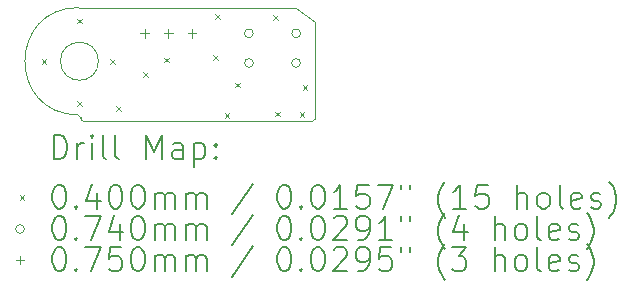
<source format=gbr>
%TF.GenerationSoftware,KiCad,Pcbnew,7.0.1*%
%TF.CreationDate,2025-03-05T17:14:20+01:00*%
%TF.ProjectId,hextrudort_fila_sens,68657874-7275-4646-9f72-745f66696c61,rev?*%
%TF.SameCoordinates,Original*%
%TF.FileFunction,Drillmap*%
%TF.FilePolarity,Positive*%
%FSLAX45Y45*%
G04 Gerber Fmt 4.5, Leading zero omitted, Abs format (unit mm)*
G04 Created by KiCad (PCBNEW 7.0.1) date 2025-03-05 17:14:20*
%MOMM*%
%LPD*%
G01*
G04 APERTURE LIST*
%ADD10C,0.100000*%
%ADD11C,0.200000*%
%ADD12C,0.040000*%
%ADD13C,0.074000*%
%ADD14C,0.075000*%
G04 APERTURE END LIST*
D10*
X11459998Y-8714015D02*
G75*
G03*
X11440365Y-8694015I-19999J5D01*
G01*
X11610779Y-8239833D02*
G75*
G03*
X11610779Y-8239833I-160780J0D01*
G01*
X13286687Y-7785552D02*
X11445874Y-7785218D01*
X11460003Y-8714015D02*
X11460000Y-8720000D01*
X11460000Y-8720000D02*
G75*
G03*
X11490000Y-8750000I30000J0D01*
G01*
X11490000Y-8750000D02*
X13420000Y-8750000D01*
X13420000Y-8750000D02*
G75*
G03*
X13448460Y-8729487I0J30000D01*
G01*
X13448510Y-7903496D02*
X13286687Y-7785552D01*
X11445874Y-7785219D02*
G75*
G03*
X11440401Y-8694362I-2602J-454572D01*
G01*
X13448460Y-8729487D02*
X13448510Y-7903496D01*
D11*
D12*
X11130000Y-8220000D02*
X11170000Y-8260000D01*
X11170000Y-8220000D02*
X11130000Y-8260000D01*
X11430000Y-7880000D02*
X11470000Y-7920000D01*
X11470000Y-7880000D02*
X11430000Y-7920000D01*
X11430000Y-8580000D02*
X11470000Y-8620000D01*
X11470000Y-8580000D02*
X11430000Y-8620000D01*
X11710000Y-8220000D02*
X11750000Y-8260000D01*
X11750000Y-8220000D02*
X11710000Y-8260000D01*
X11759316Y-8622201D02*
X11799316Y-8662201D01*
X11799316Y-8622201D02*
X11759316Y-8662201D01*
X11990000Y-8330000D02*
X12030000Y-8370000D01*
X12030000Y-8330000D02*
X11990000Y-8370000D01*
X12170000Y-8210000D02*
X12210000Y-8250000D01*
X12210000Y-8210000D02*
X12170000Y-8250000D01*
X12580000Y-8190000D02*
X12620000Y-8230000D01*
X12620000Y-8190000D02*
X12580000Y-8230000D01*
X12600000Y-7840000D02*
X12640000Y-7880000D01*
X12640000Y-7840000D02*
X12600000Y-7880000D01*
X12680000Y-8680000D02*
X12720000Y-8720000D01*
X12720000Y-8680000D02*
X12680000Y-8720000D01*
X12770000Y-8420000D02*
X12810000Y-8460000D01*
X12810000Y-8420000D02*
X12770000Y-8460000D01*
X13090000Y-7850000D02*
X13130000Y-7890000D01*
X13130000Y-7850000D02*
X13090000Y-7890000D01*
X13104113Y-8666344D02*
X13144113Y-8706344D01*
X13144113Y-8666344D02*
X13104113Y-8706344D01*
X13313323Y-8670446D02*
X13353323Y-8710446D01*
X13353323Y-8670446D02*
X13313323Y-8710446D01*
X13340000Y-8440000D02*
X13380000Y-8480000D01*
X13380000Y-8440000D02*
X13340000Y-8480000D01*
D13*
X12921653Y-8004204D02*
G75*
G03*
X12921653Y-8004204I-37000J0D01*
G01*
X12921653Y-8254204D02*
G75*
G03*
X12921653Y-8254204I-37000J0D01*
G01*
X13321653Y-8004204D02*
G75*
G03*
X13321653Y-8004204I-37000J0D01*
G01*
X13321653Y-8254204D02*
G75*
G03*
X13321653Y-8254204I-37000J0D01*
G01*
D14*
X12002570Y-7964436D02*
X12002570Y-8039436D01*
X11965070Y-8001936D02*
X12040070Y-8001936D01*
X12202570Y-7964436D02*
X12202570Y-8039436D01*
X12165070Y-8001936D02*
X12240070Y-8001936D01*
X12402570Y-7964436D02*
X12402570Y-8039436D01*
X12365070Y-8001936D02*
X12440070Y-8001936D01*
D11*
X11231311Y-9067524D02*
X11231311Y-8867524D01*
X11231311Y-8867524D02*
X11278930Y-8867524D01*
X11278930Y-8867524D02*
X11307502Y-8877048D01*
X11307502Y-8877048D02*
X11326549Y-8896095D01*
X11326549Y-8896095D02*
X11336073Y-8915143D01*
X11336073Y-8915143D02*
X11345597Y-8953238D01*
X11345597Y-8953238D02*
X11345597Y-8981810D01*
X11345597Y-8981810D02*
X11336073Y-9019905D01*
X11336073Y-9019905D02*
X11326549Y-9038952D01*
X11326549Y-9038952D02*
X11307502Y-9058000D01*
X11307502Y-9058000D02*
X11278930Y-9067524D01*
X11278930Y-9067524D02*
X11231311Y-9067524D01*
X11431311Y-9067524D02*
X11431311Y-8934190D01*
X11431311Y-8972286D02*
X11440835Y-8953238D01*
X11440835Y-8953238D02*
X11450359Y-8943714D01*
X11450359Y-8943714D02*
X11469406Y-8934190D01*
X11469406Y-8934190D02*
X11488454Y-8934190D01*
X11555121Y-9067524D02*
X11555121Y-8934190D01*
X11555121Y-8867524D02*
X11545597Y-8877048D01*
X11545597Y-8877048D02*
X11555121Y-8886571D01*
X11555121Y-8886571D02*
X11564644Y-8877048D01*
X11564644Y-8877048D02*
X11555121Y-8867524D01*
X11555121Y-8867524D02*
X11555121Y-8886571D01*
X11678930Y-9067524D02*
X11659882Y-9058000D01*
X11659882Y-9058000D02*
X11650359Y-9038952D01*
X11650359Y-9038952D02*
X11650359Y-8867524D01*
X11783692Y-9067524D02*
X11764644Y-9058000D01*
X11764644Y-9058000D02*
X11755121Y-9038952D01*
X11755121Y-9038952D02*
X11755121Y-8867524D01*
X12012263Y-9067524D02*
X12012263Y-8867524D01*
X12012263Y-8867524D02*
X12078930Y-9010381D01*
X12078930Y-9010381D02*
X12145597Y-8867524D01*
X12145597Y-8867524D02*
X12145597Y-9067524D01*
X12326549Y-9067524D02*
X12326549Y-8962762D01*
X12326549Y-8962762D02*
X12317025Y-8943714D01*
X12317025Y-8943714D02*
X12297978Y-8934190D01*
X12297978Y-8934190D02*
X12259882Y-8934190D01*
X12259882Y-8934190D02*
X12240835Y-8943714D01*
X12326549Y-9058000D02*
X12307502Y-9067524D01*
X12307502Y-9067524D02*
X12259882Y-9067524D01*
X12259882Y-9067524D02*
X12240835Y-9058000D01*
X12240835Y-9058000D02*
X12231311Y-9038952D01*
X12231311Y-9038952D02*
X12231311Y-9019905D01*
X12231311Y-9019905D02*
X12240835Y-9000857D01*
X12240835Y-9000857D02*
X12259882Y-8991333D01*
X12259882Y-8991333D02*
X12307502Y-8991333D01*
X12307502Y-8991333D02*
X12326549Y-8981810D01*
X12421787Y-8934190D02*
X12421787Y-9134190D01*
X12421787Y-8943714D02*
X12440835Y-8934190D01*
X12440835Y-8934190D02*
X12478930Y-8934190D01*
X12478930Y-8934190D02*
X12497978Y-8943714D01*
X12497978Y-8943714D02*
X12507502Y-8953238D01*
X12507502Y-8953238D02*
X12517025Y-8972286D01*
X12517025Y-8972286D02*
X12517025Y-9029429D01*
X12517025Y-9029429D02*
X12507502Y-9048476D01*
X12507502Y-9048476D02*
X12497978Y-9058000D01*
X12497978Y-9058000D02*
X12478930Y-9067524D01*
X12478930Y-9067524D02*
X12440835Y-9067524D01*
X12440835Y-9067524D02*
X12421787Y-9058000D01*
X12602740Y-9048476D02*
X12612263Y-9058000D01*
X12612263Y-9058000D02*
X12602740Y-9067524D01*
X12602740Y-9067524D02*
X12593216Y-9058000D01*
X12593216Y-9058000D02*
X12602740Y-9048476D01*
X12602740Y-9048476D02*
X12602740Y-9067524D01*
X12602740Y-8943714D02*
X12612263Y-8953238D01*
X12612263Y-8953238D02*
X12602740Y-8962762D01*
X12602740Y-8962762D02*
X12593216Y-8953238D01*
X12593216Y-8953238D02*
X12602740Y-8943714D01*
X12602740Y-8943714D02*
X12602740Y-8962762D01*
D12*
X10943692Y-9375000D02*
X10983692Y-9415000D01*
X10983692Y-9375000D02*
X10943692Y-9415000D01*
D11*
X11269406Y-9287524D02*
X11288454Y-9287524D01*
X11288454Y-9287524D02*
X11307502Y-9297048D01*
X11307502Y-9297048D02*
X11317025Y-9306571D01*
X11317025Y-9306571D02*
X11326549Y-9325619D01*
X11326549Y-9325619D02*
X11336073Y-9363714D01*
X11336073Y-9363714D02*
X11336073Y-9411333D01*
X11336073Y-9411333D02*
X11326549Y-9449429D01*
X11326549Y-9449429D02*
X11317025Y-9468476D01*
X11317025Y-9468476D02*
X11307502Y-9478000D01*
X11307502Y-9478000D02*
X11288454Y-9487524D01*
X11288454Y-9487524D02*
X11269406Y-9487524D01*
X11269406Y-9487524D02*
X11250359Y-9478000D01*
X11250359Y-9478000D02*
X11240835Y-9468476D01*
X11240835Y-9468476D02*
X11231311Y-9449429D01*
X11231311Y-9449429D02*
X11221787Y-9411333D01*
X11221787Y-9411333D02*
X11221787Y-9363714D01*
X11221787Y-9363714D02*
X11231311Y-9325619D01*
X11231311Y-9325619D02*
X11240835Y-9306571D01*
X11240835Y-9306571D02*
X11250359Y-9297048D01*
X11250359Y-9297048D02*
X11269406Y-9287524D01*
X11421787Y-9468476D02*
X11431311Y-9478000D01*
X11431311Y-9478000D02*
X11421787Y-9487524D01*
X11421787Y-9487524D02*
X11412263Y-9478000D01*
X11412263Y-9478000D02*
X11421787Y-9468476D01*
X11421787Y-9468476D02*
X11421787Y-9487524D01*
X11602740Y-9354190D02*
X11602740Y-9487524D01*
X11555121Y-9278000D02*
X11507502Y-9420857D01*
X11507502Y-9420857D02*
X11631311Y-9420857D01*
X11745597Y-9287524D02*
X11764644Y-9287524D01*
X11764644Y-9287524D02*
X11783692Y-9297048D01*
X11783692Y-9297048D02*
X11793216Y-9306571D01*
X11793216Y-9306571D02*
X11802740Y-9325619D01*
X11802740Y-9325619D02*
X11812263Y-9363714D01*
X11812263Y-9363714D02*
X11812263Y-9411333D01*
X11812263Y-9411333D02*
X11802740Y-9449429D01*
X11802740Y-9449429D02*
X11793216Y-9468476D01*
X11793216Y-9468476D02*
X11783692Y-9478000D01*
X11783692Y-9478000D02*
X11764644Y-9487524D01*
X11764644Y-9487524D02*
X11745597Y-9487524D01*
X11745597Y-9487524D02*
X11726549Y-9478000D01*
X11726549Y-9478000D02*
X11717025Y-9468476D01*
X11717025Y-9468476D02*
X11707502Y-9449429D01*
X11707502Y-9449429D02*
X11697978Y-9411333D01*
X11697978Y-9411333D02*
X11697978Y-9363714D01*
X11697978Y-9363714D02*
X11707502Y-9325619D01*
X11707502Y-9325619D02*
X11717025Y-9306571D01*
X11717025Y-9306571D02*
X11726549Y-9297048D01*
X11726549Y-9297048D02*
X11745597Y-9287524D01*
X11936073Y-9287524D02*
X11955121Y-9287524D01*
X11955121Y-9287524D02*
X11974168Y-9297048D01*
X11974168Y-9297048D02*
X11983692Y-9306571D01*
X11983692Y-9306571D02*
X11993216Y-9325619D01*
X11993216Y-9325619D02*
X12002740Y-9363714D01*
X12002740Y-9363714D02*
X12002740Y-9411333D01*
X12002740Y-9411333D02*
X11993216Y-9449429D01*
X11993216Y-9449429D02*
X11983692Y-9468476D01*
X11983692Y-9468476D02*
X11974168Y-9478000D01*
X11974168Y-9478000D02*
X11955121Y-9487524D01*
X11955121Y-9487524D02*
X11936073Y-9487524D01*
X11936073Y-9487524D02*
X11917025Y-9478000D01*
X11917025Y-9478000D02*
X11907502Y-9468476D01*
X11907502Y-9468476D02*
X11897978Y-9449429D01*
X11897978Y-9449429D02*
X11888454Y-9411333D01*
X11888454Y-9411333D02*
X11888454Y-9363714D01*
X11888454Y-9363714D02*
X11897978Y-9325619D01*
X11897978Y-9325619D02*
X11907502Y-9306571D01*
X11907502Y-9306571D02*
X11917025Y-9297048D01*
X11917025Y-9297048D02*
X11936073Y-9287524D01*
X12088454Y-9487524D02*
X12088454Y-9354190D01*
X12088454Y-9373238D02*
X12097978Y-9363714D01*
X12097978Y-9363714D02*
X12117025Y-9354190D01*
X12117025Y-9354190D02*
X12145597Y-9354190D01*
X12145597Y-9354190D02*
X12164644Y-9363714D01*
X12164644Y-9363714D02*
X12174168Y-9382762D01*
X12174168Y-9382762D02*
X12174168Y-9487524D01*
X12174168Y-9382762D02*
X12183692Y-9363714D01*
X12183692Y-9363714D02*
X12202740Y-9354190D01*
X12202740Y-9354190D02*
X12231311Y-9354190D01*
X12231311Y-9354190D02*
X12250359Y-9363714D01*
X12250359Y-9363714D02*
X12259883Y-9382762D01*
X12259883Y-9382762D02*
X12259883Y-9487524D01*
X12355121Y-9487524D02*
X12355121Y-9354190D01*
X12355121Y-9373238D02*
X12364644Y-9363714D01*
X12364644Y-9363714D02*
X12383692Y-9354190D01*
X12383692Y-9354190D02*
X12412264Y-9354190D01*
X12412264Y-9354190D02*
X12431311Y-9363714D01*
X12431311Y-9363714D02*
X12440835Y-9382762D01*
X12440835Y-9382762D02*
X12440835Y-9487524D01*
X12440835Y-9382762D02*
X12450359Y-9363714D01*
X12450359Y-9363714D02*
X12469406Y-9354190D01*
X12469406Y-9354190D02*
X12497978Y-9354190D01*
X12497978Y-9354190D02*
X12517025Y-9363714D01*
X12517025Y-9363714D02*
X12526549Y-9382762D01*
X12526549Y-9382762D02*
X12526549Y-9487524D01*
X12917025Y-9278000D02*
X12745597Y-9535143D01*
X13174168Y-9287524D02*
X13193216Y-9287524D01*
X13193216Y-9287524D02*
X13212264Y-9297048D01*
X13212264Y-9297048D02*
X13221787Y-9306571D01*
X13221787Y-9306571D02*
X13231311Y-9325619D01*
X13231311Y-9325619D02*
X13240835Y-9363714D01*
X13240835Y-9363714D02*
X13240835Y-9411333D01*
X13240835Y-9411333D02*
X13231311Y-9449429D01*
X13231311Y-9449429D02*
X13221787Y-9468476D01*
X13221787Y-9468476D02*
X13212264Y-9478000D01*
X13212264Y-9478000D02*
X13193216Y-9487524D01*
X13193216Y-9487524D02*
X13174168Y-9487524D01*
X13174168Y-9487524D02*
X13155121Y-9478000D01*
X13155121Y-9478000D02*
X13145597Y-9468476D01*
X13145597Y-9468476D02*
X13136073Y-9449429D01*
X13136073Y-9449429D02*
X13126549Y-9411333D01*
X13126549Y-9411333D02*
X13126549Y-9363714D01*
X13126549Y-9363714D02*
X13136073Y-9325619D01*
X13136073Y-9325619D02*
X13145597Y-9306571D01*
X13145597Y-9306571D02*
X13155121Y-9297048D01*
X13155121Y-9297048D02*
X13174168Y-9287524D01*
X13326549Y-9468476D02*
X13336073Y-9478000D01*
X13336073Y-9478000D02*
X13326549Y-9487524D01*
X13326549Y-9487524D02*
X13317026Y-9478000D01*
X13317026Y-9478000D02*
X13326549Y-9468476D01*
X13326549Y-9468476D02*
X13326549Y-9487524D01*
X13459883Y-9287524D02*
X13478930Y-9287524D01*
X13478930Y-9287524D02*
X13497978Y-9297048D01*
X13497978Y-9297048D02*
X13507502Y-9306571D01*
X13507502Y-9306571D02*
X13517026Y-9325619D01*
X13517026Y-9325619D02*
X13526549Y-9363714D01*
X13526549Y-9363714D02*
X13526549Y-9411333D01*
X13526549Y-9411333D02*
X13517026Y-9449429D01*
X13517026Y-9449429D02*
X13507502Y-9468476D01*
X13507502Y-9468476D02*
X13497978Y-9478000D01*
X13497978Y-9478000D02*
X13478930Y-9487524D01*
X13478930Y-9487524D02*
X13459883Y-9487524D01*
X13459883Y-9487524D02*
X13440835Y-9478000D01*
X13440835Y-9478000D02*
X13431311Y-9468476D01*
X13431311Y-9468476D02*
X13421787Y-9449429D01*
X13421787Y-9449429D02*
X13412264Y-9411333D01*
X13412264Y-9411333D02*
X13412264Y-9363714D01*
X13412264Y-9363714D02*
X13421787Y-9325619D01*
X13421787Y-9325619D02*
X13431311Y-9306571D01*
X13431311Y-9306571D02*
X13440835Y-9297048D01*
X13440835Y-9297048D02*
X13459883Y-9287524D01*
X13717026Y-9487524D02*
X13602740Y-9487524D01*
X13659883Y-9487524D02*
X13659883Y-9287524D01*
X13659883Y-9287524D02*
X13640835Y-9316095D01*
X13640835Y-9316095D02*
X13621787Y-9335143D01*
X13621787Y-9335143D02*
X13602740Y-9344667D01*
X13897978Y-9287524D02*
X13802740Y-9287524D01*
X13802740Y-9287524D02*
X13793216Y-9382762D01*
X13793216Y-9382762D02*
X13802740Y-9373238D01*
X13802740Y-9373238D02*
X13821787Y-9363714D01*
X13821787Y-9363714D02*
X13869407Y-9363714D01*
X13869407Y-9363714D02*
X13888454Y-9373238D01*
X13888454Y-9373238D02*
X13897978Y-9382762D01*
X13897978Y-9382762D02*
X13907502Y-9401810D01*
X13907502Y-9401810D02*
X13907502Y-9449429D01*
X13907502Y-9449429D02*
X13897978Y-9468476D01*
X13897978Y-9468476D02*
X13888454Y-9478000D01*
X13888454Y-9478000D02*
X13869407Y-9487524D01*
X13869407Y-9487524D02*
X13821787Y-9487524D01*
X13821787Y-9487524D02*
X13802740Y-9478000D01*
X13802740Y-9478000D02*
X13793216Y-9468476D01*
X13974168Y-9287524D02*
X14107502Y-9287524D01*
X14107502Y-9287524D02*
X14021787Y-9487524D01*
X14174168Y-9287524D02*
X14174168Y-9325619D01*
X14250359Y-9287524D02*
X14250359Y-9325619D01*
X14545597Y-9563714D02*
X14536073Y-9554190D01*
X14536073Y-9554190D02*
X14517026Y-9525619D01*
X14517026Y-9525619D02*
X14507502Y-9506571D01*
X14507502Y-9506571D02*
X14497978Y-9478000D01*
X14497978Y-9478000D02*
X14488454Y-9430381D01*
X14488454Y-9430381D02*
X14488454Y-9392286D01*
X14488454Y-9392286D02*
X14497978Y-9344667D01*
X14497978Y-9344667D02*
X14507502Y-9316095D01*
X14507502Y-9316095D02*
X14517026Y-9297048D01*
X14517026Y-9297048D02*
X14536073Y-9268476D01*
X14536073Y-9268476D02*
X14545597Y-9258952D01*
X14726549Y-9487524D02*
X14612264Y-9487524D01*
X14669407Y-9487524D02*
X14669407Y-9287524D01*
X14669407Y-9287524D02*
X14650359Y-9316095D01*
X14650359Y-9316095D02*
X14631311Y-9335143D01*
X14631311Y-9335143D02*
X14612264Y-9344667D01*
X14907502Y-9287524D02*
X14812264Y-9287524D01*
X14812264Y-9287524D02*
X14802740Y-9382762D01*
X14802740Y-9382762D02*
X14812264Y-9373238D01*
X14812264Y-9373238D02*
X14831311Y-9363714D01*
X14831311Y-9363714D02*
X14878930Y-9363714D01*
X14878930Y-9363714D02*
X14897978Y-9373238D01*
X14897978Y-9373238D02*
X14907502Y-9382762D01*
X14907502Y-9382762D02*
X14917026Y-9401810D01*
X14917026Y-9401810D02*
X14917026Y-9449429D01*
X14917026Y-9449429D02*
X14907502Y-9468476D01*
X14907502Y-9468476D02*
X14897978Y-9478000D01*
X14897978Y-9478000D02*
X14878930Y-9487524D01*
X14878930Y-9487524D02*
X14831311Y-9487524D01*
X14831311Y-9487524D02*
X14812264Y-9478000D01*
X14812264Y-9478000D02*
X14802740Y-9468476D01*
X15155121Y-9487524D02*
X15155121Y-9287524D01*
X15240835Y-9487524D02*
X15240835Y-9382762D01*
X15240835Y-9382762D02*
X15231311Y-9363714D01*
X15231311Y-9363714D02*
X15212264Y-9354190D01*
X15212264Y-9354190D02*
X15183692Y-9354190D01*
X15183692Y-9354190D02*
X15164645Y-9363714D01*
X15164645Y-9363714D02*
X15155121Y-9373238D01*
X15364645Y-9487524D02*
X15345597Y-9478000D01*
X15345597Y-9478000D02*
X15336073Y-9468476D01*
X15336073Y-9468476D02*
X15326550Y-9449429D01*
X15326550Y-9449429D02*
X15326550Y-9392286D01*
X15326550Y-9392286D02*
X15336073Y-9373238D01*
X15336073Y-9373238D02*
X15345597Y-9363714D01*
X15345597Y-9363714D02*
X15364645Y-9354190D01*
X15364645Y-9354190D02*
X15393216Y-9354190D01*
X15393216Y-9354190D02*
X15412264Y-9363714D01*
X15412264Y-9363714D02*
X15421788Y-9373238D01*
X15421788Y-9373238D02*
X15431311Y-9392286D01*
X15431311Y-9392286D02*
X15431311Y-9449429D01*
X15431311Y-9449429D02*
X15421788Y-9468476D01*
X15421788Y-9468476D02*
X15412264Y-9478000D01*
X15412264Y-9478000D02*
X15393216Y-9487524D01*
X15393216Y-9487524D02*
X15364645Y-9487524D01*
X15545597Y-9487524D02*
X15526550Y-9478000D01*
X15526550Y-9478000D02*
X15517026Y-9458952D01*
X15517026Y-9458952D02*
X15517026Y-9287524D01*
X15697978Y-9478000D02*
X15678931Y-9487524D01*
X15678931Y-9487524D02*
X15640835Y-9487524D01*
X15640835Y-9487524D02*
X15621788Y-9478000D01*
X15621788Y-9478000D02*
X15612264Y-9458952D01*
X15612264Y-9458952D02*
X15612264Y-9382762D01*
X15612264Y-9382762D02*
X15621788Y-9363714D01*
X15621788Y-9363714D02*
X15640835Y-9354190D01*
X15640835Y-9354190D02*
X15678931Y-9354190D01*
X15678931Y-9354190D02*
X15697978Y-9363714D01*
X15697978Y-9363714D02*
X15707502Y-9382762D01*
X15707502Y-9382762D02*
X15707502Y-9401810D01*
X15707502Y-9401810D02*
X15612264Y-9420857D01*
X15783692Y-9478000D02*
X15802740Y-9487524D01*
X15802740Y-9487524D02*
X15840835Y-9487524D01*
X15840835Y-9487524D02*
X15859883Y-9478000D01*
X15859883Y-9478000D02*
X15869407Y-9458952D01*
X15869407Y-9458952D02*
X15869407Y-9449429D01*
X15869407Y-9449429D02*
X15859883Y-9430381D01*
X15859883Y-9430381D02*
X15840835Y-9420857D01*
X15840835Y-9420857D02*
X15812264Y-9420857D01*
X15812264Y-9420857D02*
X15793216Y-9411333D01*
X15793216Y-9411333D02*
X15783692Y-9392286D01*
X15783692Y-9392286D02*
X15783692Y-9382762D01*
X15783692Y-9382762D02*
X15793216Y-9363714D01*
X15793216Y-9363714D02*
X15812264Y-9354190D01*
X15812264Y-9354190D02*
X15840835Y-9354190D01*
X15840835Y-9354190D02*
X15859883Y-9363714D01*
X15936073Y-9563714D02*
X15945597Y-9554190D01*
X15945597Y-9554190D02*
X15964645Y-9525619D01*
X15964645Y-9525619D02*
X15974169Y-9506571D01*
X15974169Y-9506571D02*
X15983692Y-9478000D01*
X15983692Y-9478000D02*
X15993216Y-9430381D01*
X15993216Y-9430381D02*
X15993216Y-9392286D01*
X15993216Y-9392286D02*
X15983692Y-9344667D01*
X15983692Y-9344667D02*
X15974169Y-9316095D01*
X15974169Y-9316095D02*
X15964645Y-9297048D01*
X15964645Y-9297048D02*
X15945597Y-9268476D01*
X15945597Y-9268476D02*
X15936073Y-9258952D01*
D13*
X10983692Y-9659000D02*
G75*
G03*
X10983692Y-9659000I-37000J0D01*
G01*
D11*
X11269406Y-9551524D02*
X11288454Y-9551524D01*
X11288454Y-9551524D02*
X11307502Y-9561048D01*
X11307502Y-9561048D02*
X11317025Y-9570571D01*
X11317025Y-9570571D02*
X11326549Y-9589619D01*
X11326549Y-9589619D02*
X11336073Y-9627714D01*
X11336073Y-9627714D02*
X11336073Y-9675333D01*
X11336073Y-9675333D02*
X11326549Y-9713429D01*
X11326549Y-9713429D02*
X11317025Y-9732476D01*
X11317025Y-9732476D02*
X11307502Y-9742000D01*
X11307502Y-9742000D02*
X11288454Y-9751524D01*
X11288454Y-9751524D02*
X11269406Y-9751524D01*
X11269406Y-9751524D02*
X11250359Y-9742000D01*
X11250359Y-9742000D02*
X11240835Y-9732476D01*
X11240835Y-9732476D02*
X11231311Y-9713429D01*
X11231311Y-9713429D02*
X11221787Y-9675333D01*
X11221787Y-9675333D02*
X11221787Y-9627714D01*
X11221787Y-9627714D02*
X11231311Y-9589619D01*
X11231311Y-9589619D02*
X11240835Y-9570571D01*
X11240835Y-9570571D02*
X11250359Y-9561048D01*
X11250359Y-9561048D02*
X11269406Y-9551524D01*
X11421787Y-9732476D02*
X11431311Y-9742000D01*
X11431311Y-9742000D02*
X11421787Y-9751524D01*
X11421787Y-9751524D02*
X11412263Y-9742000D01*
X11412263Y-9742000D02*
X11421787Y-9732476D01*
X11421787Y-9732476D02*
X11421787Y-9751524D01*
X11497978Y-9551524D02*
X11631311Y-9551524D01*
X11631311Y-9551524D02*
X11545597Y-9751524D01*
X11793216Y-9618190D02*
X11793216Y-9751524D01*
X11745597Y-9542000D02*
X11697978Y-9684857D01*
X11697978Y-9684857D02*
X11821787Y-9684857D01*
X11936073Y-9551524D02*
X11955121Y-9551524D01*
X11955121Y-9551524D02*
X11974168Y-9561048D01*
X11974168Y-9561048D02*
X11983692Y-9570571D01*
X11983692Y-9570571D02*
X11993216Y-9589619D01*
X11993216Y-9589619D02*
X12002740Y-9627714D01*
X12002740Y-9627714D02*
X12002740Y-9675333D01*
X12002740Y-9675333D02*
X11993216Y-9713429D01*
X11993216Y-9713429D02*
X11983692Y-9732476D01*
X11983692Y-9732476D02*
X11974168Y-9742000D01*
X11974168Y-9742000D02*
X11955121Y-9751524D01*
X11955121Y-9751524D02*
X11936073Y-9751524D01*
X11936073Y-9751524D02*
X11917025Y-9742000D01*
X11917025Y-9742000D02*
X11907502Y-9732476D01*
X11907502Y-9732476D02*
X11897978Y-9713429D01*
X11897978Y-9713429D02*
X11888454Y-9675333D01*
X11888454Y-9675333D02*
X11888454Y-9627714D01*
X11888454Y-9627714D02*
X11897978Y-9589619D01*
X11897978Y-9589619D02*
X11907502Y-9570571D01*
X11907502Y-9570571D02*
X11917025Y-9561048D01*
X11917025Y-9561048D02*
X11936073Y-9551524D01*
X12088454Y-9751524D02*
X12088454Y-9618190D01*
X12088454Y-9637238D02*
X12097978Y-9627714D01*
X12097978Y-9627714D02*
X12117025Y-9618190D01*
X12117025Y-9618190D02*
X12145597Y-9618190D01*
X12145597Y-9618190D02*
X12164644Y-9627714D01*
X12164644Y-9627714D02*
X12174168Y-9646762D01*
X12174168Y-9646762D02*
X12174168Y-9751524D01*
X12174168Y-9646762D02*
X12183692Y-9627714D01*
X12183692Y-9627714D02*
X12202740Y-9618190D01*
X12202740Y-9618190D02*
X12231311Y-9618190D01*
X12231311Y-9618190D02*
X12250359Y-9627714D01*
X12250359Y-9627714D02*
X12259883Y-9646762D01*
X12259883Y-9646762D02*
X12259883Y-9751524D01*
X12355121Y-9751524D02*
X12355121Y-9618190D01*
X12355121Y-9637238D02*
X12364644Y-9627714D01*
X12364644Y-9627714D02*
X12383692Y-9618190D01*
X12383692Y-9618190D02*
X12412264Y-9618190D01*
X12412264Y-9618190D02*
X12431311Y-9627714D01*
X12431311Y-9627714D02*
X12440835Y-9646762D01*
X12440835Y-9646762D02*
X12440835Y-9751524D01*
X12440835Y-9646762D02*
X12450359Y-9627714D01*
X12450359Y-9627714D02*
X12469406Y-9618190D01*
X12469406Y-9618190D02*
X12497978Y-9618190D01*
X12497978Y-9618190D02*
X12517025Y-9627714D01*
X12517025Y-9627714D02*
X12526549Y-9646762D01*
X12526549Y-9646762D02*
X12526549Y-9751524D01*
X12917025Y-9542000D02*
X12745597Y-9799143D01*
X13174168Y-9551524D02*
X13193216Y-9551524D01*
X13193216Y-9551524D02*
X13212264Y-9561048D01*
X13212264Y-9561048D02*
X13221787Y-9570571D01*
X13221787Y-9570571D02*
X13231311Y-9589619D01*
X13231311Y-9589619D02*
X13240835Y-9627714D01*
X13240835Y-9627714D02*
X13240835Y-9675333D01*
X13240835Y-9675333D02*
X13231311Y-9713429D01*
X13231311Y-9713429D02*
X13221787Y-9732476D01*
X13221787Y-9732476D02*
X13212264Y-9742000D01*
X13212264Y-9742000D02*
X13193216Y-9751524D01*
X13193216Y-9751524D02*
X13174168Y-9751524D01*
X13174168Y-9751524D02*
X13155121Y-9742000D01*
X13155121Y-9742000D02*
X13145597Y-9732476D01*
X13145597Y-9732476D02*
X13136073Y-9713429D01*
X13136073Y-9713429D02*
X13126549Y-9675333D01*
X13126549Y-9675333D02*
X13126549Y-9627714D01*
X13126549Y-9627714D02*
X13136073Y-9589619D01*
X13136073Y-9589619D02*
X13145597Y-9570571D01*
X13145597Y-9570571D02*
X13155121Y-9561048D01*
X13155121Y-9561048D02*
X13174168Y-9551524D01*
X13326549Y-9732476D02*
X13336073Y-9742000D01*
X13336073Y-9742000D02*
X13326549Y-9751524D01*
X13326549Y-9751524D02*
X13317026Y-9742000D01*
X13317026Y-9742000D02*
X13326549Y-9732476D01*
X13326549Y-9732476D02*
X13326549Y-9751524D01*
X13459883Y-9551524D02*
X13478930Y-9551524D01*
X13478930Y-9551524D02*
X13497978Y-9561048D01*
X13497978Y-9561048D02*
X13507502Y-9570571D01*
X13507502Y-9570571D02*
X13517026Y-9589619D01*
X13517026Y-9589619D02*
X13526549Y-9627714D01*
X13526549Y-9627714D02*
X13526549Y-9675333D01*
X13526549Y-9675333D02*
X13517026Y-9713429D01*
X13517026Y-9713429D02*
X13507502Y-9732476D01*
X13507502Y-9732476D02*
X13497978Y-9742000D01*
X13497978Y-9742000D02*
X13478930Y-9751524D01*
X13478930Y-9751524D02*
X13459883Y-9751524D01*
X13459883Y-9751524D02*
X13440835Y-9742000D01*
X13440835Y-9742000D02*
X13431311Y-9732476D01*
X13431311Y-9732476D02*
X13421787Y-9713429D01*
X13421787Y-9713429D02*
X13412264Y-9675333D01*
X13412264Y-9675333D02*
X13412264Y-9627714D01*
X13412264Y-9627714D02*
X13421787Y-9589619D01*
X13421787Y-9589619D02*
X13431311Y-9570571D01*
X13431311Y-9570571D02*
X13440835Y-9561048D01*
X13440835Y-9561048D02*
X13459883Y-9551524D01*
X13602740Y-9570571D02*
X13612264Y-9561048D01*
X13612264Y-9561048D02*
X13631311Y-9551524D01*
X13631311Y-9551524D02*
X13678930Y-9551524D01*
X13678930Y-9551524D02*
X13697978Y-9561048D01*
X13697978Y-9561048D02*
X13707502Y-9570571D01*
X13707502Y-9570571D02*
X13717026Y-9589619D01*
X13717026Y-9589619D02*
X13717026Y-9608667D01*
X13717026Y-9608667D02*
X13707502Y-9637238D01*
X13707502Y-9637238D02*
X13593216Y-9751524D01*
X13593216Y-9751524D02*
X13717026Y-9751524D01*
X13812264Y-9751524D02*
X13850359Y-9751524D01*
X13850359Y-9751524D02*
X13869407Y-9742000D01*
X13869407Y-9742000D02*
X13878930Y-9732476D01*
X13878930Y-9732476D02*
X13897978Y-9703905D01*
X13897978Y-9703905D02*
X13907502Y-9665810D01*
X13907502Y-9665810D02*
X13907502Y-9589619D01*
X13907502Y-9589619D02*
X13897978Y-9570571D01*
X13897978Y-9570571D02*
X13888454Y-9561048D01*
X13888454Y-9561048D02*
X13869407Y-9551524D01*
X13869407Y-9551524D02*
X13831311Y-9551524D01*
X13831311Y-9551524D02*
X13812264Y-9561048D01*
X13812264Y-9561048D02*
X13802740Y-9570571D01*
X13802740Y-9570571D02*
X13793216Y-9589619D01*
X13793216Y-9589619D02*
X13793216Y-9637238D01*
X13793216Y-9637238D02*
X13802740Y-9656286D01*
X13802740Y-9656286D02*
X13812264Y-9665810D01*
X13812264Y-9665810D02*
X13831311Y-9675333D01*
X13831311Y-9675333D02*
X13869407Y-9675333D01*
X13869407Y-9675333D02*
X13888454Y-9665810D01*
X13888454Y-9665810D02*
X13897978Y-9656286D01*
X13897978Y-9656286D02*
X13907502Y-9637238D01*
X14097978Y-9751524D02*
X13983692Y-9751524D01*
X14040835Y-9751524D02*
X14040835Y-9551524D01*
X14040835Y-9551524D02*
X14021787Y-9580095D01*
X14021787Y-9580095D02*
X14002740Y-9599143D01*
X14002740Y-9599143D02*
X13983692Y-9608667D01*
X14174168Y-9551524D02*
X14174168Y-9589619D01*
X14250359Y-9551524D02*
X14250359Y-9589619D01*
X14545597Y-9827714D02*
X14536073Y-9818190D01*
X14536073Y-9818190D02*
X14517026Y-9789619D01*
X14517026Y-9789619D02*
X14507502Y-9770571D01*
X14507502Y-9770571D02*
X14497978Y-9742000D01*
X14497978Y-9742000D02*
X14488454Y-9694381D01*
X14488454Y-9694381D02*
X14488454Y-9656286D01*
X14488454Y-9656286D02*
X14497978Y-9608667D01*
X14497978Y-9608667D02*
X14507502Y-9580095D01*
X14507502Y-9580095D02*
X14517026Y-9561048D01*
X14517026Y-9561048D02*
X14536073Y-9532476D01*
X14536073Y-9532476D02*
X14545597Y-9522952D01*
X14707502Y-9618190D02*
X14707502Y-9751524D01*
X14659883Y-9542000D02*
X14612264Y-9684857D01*
X14612264Y-9684857D02*
X14736073Y-9684857D01*
X14964645Y-9751524D02*
X14964645Y-9551524D01*
X15050359Y-9751524D02*
X15050359Y-9646762D01*
X15050359Y-9646762D02*
X15040835Y-9627714D01*
X15040835Y-9627714D02*
X15021788Y-9618190D01*
X15021788Y-9618190D02*
X14993216Y-9618190D01*
X14993216Y-9618190D02*
X14974169Y-9627714D01*
X14974169Y-9627714D02*
X14964645Y-9637238D01*
X15174169Y-9751524D02*
X15155121Y-9742000D01*
X15155121Y-9742000D02*
X15145597Y-9732476D01*
X15145597Y-9732476D02*
X15136073Y-9713429D01*
X15136073Y-9713429D02*
X15136073Y-9656286D01*
X15136073Y-9656286D02*
X15145597Y-9637238D01*
X15145597Y-9637238D02*
X15155121Y-9627714D01*
X15155121Y-9627714D02*
X15174169Y-9618190D01*
X15174169Y-9618190D02*
X15202740Y-9618190D01*
X15202740Y-9618190D02*
X15221788Y-9627714D01*
X15221788Y-9627714D02*
X15231311Y-9637238D01*
X15231311Y-9637238D02*
X15240835Y-9656286D01*
X15240835Y-9656286D02*
X15240835Y-9713429D01*
X15240835Y-9713429D02*
X15231311Y-9732476D01*
X15231311Y-9732476D02*
X15221788Y-9742000D01*
X15221788Y-9742000D02*
X15202740Y-9751524D01*
X15202740Y-9751524D02*
X15174169Y-9751524D01*
X15355121Y-9751524D02*
X15336073Y-9742000D01*
X15336073Y-9742000D02*
X15326550Y-9722952D01*
X15326550Y-9722952D02*
X15326550Y-9551524D01*
X15507502Y-9742000D02*
X15488454Y-9751524D01*
X15488454Y-9751524D02*
X15450359Y-9751524D01*
X15450359Y-9751524D02*
X15431311Y-9742000D01*
X15431311Y-9742000D02*
X15421788Y-9722952D01*
X15421788Y-9722952D02*
X15421788Y-9646762D01*
X15421788Y-9646762D02*
X15431311Y-9627714D01*
X15431311Y-9627714D02*
X15450359Y-9618190D01*
X15450359Y-9618190D02*
X15488454Y-9618190D01*
X15488454Y-9618190D02*
X15507502Y-9627714D01*
X15507502Y-9627714D02*
X15517026Y-9646762D01*
X15517026Y-9646762D02*
X15517026Y-9665810D01*
X15517026Y-9665810D02*
X15421788Y-9684857D01*
X15593216Y-9742000D02*
X15612264Y-9751524D01*
X15612264Y-9751524D02*
X15650359Y-9751524D01*
X15650359Y-9751524D02*
X15669407Y-9742000D01*
X15669407Y-9742000D02*
X15678931Y-9722952D01*
X15678931Y-9722952D02*
X15678931Y-9713429D01*
X15678931Y-9713429D02*
X15669407Y-9694381D01*
X15669407Y-9694381D02*
X15650359Y-9684857D01*
X15650359Y-9684857D02*
X15621788Y-9684857D01*
X15621788Y-9684857D02*
X15602740Y-9675333D01*
X15602740Y-9675333D02*
X15593216Y-9656286D01*
X15593216Y-9656286D02*
X15593216Y-9646762D01*
X15593216Y-9646762D02*
X15602740Y-9627714D01*
X15602740Y-9627714D02*
X15621788Y-9618190D01*
X15621788Y-9618190D02*
X15650359Y-9618190D01*
X15650359Y-9618190D02*
X15669407Y-9627714D01*
X15745597Y-9827714D02*
X15755121Y-9818190D01*
X15755121Y-9818190D02*
X15774169Y-9789619D01*
X15774169Y-9789619D02*
X15783692Y-9770571D01*
X15783692Y-9770571D02*
X15793216Y-9742000D01*
X15793216Y-9742000D02*
X15802740Y-9694381D01*
X15802740Y-9694381D02*
X15802740Y-9656286D01*
X15802740Y-9656286D02*
X15793216Y-9608667D01*
X15793216Y-9608667D02*
X15783692Y-9580095D01*
X15783692Y-9580095D02*
X15774169Y-9561048D01*
X15774169Y-9561048D02*
X15755121Y-9532476D01*
X15755121Y-9532476D02*
X15745597Y-9522952D01*
D14*
X10946192Y-9885500D02*
X10946192Y-9960500D01*
X10908692Y-9923000D02*
X10983692Y-9923000D01*
D11*
X11269406Y-9815524D02*
X11288454Y-9815524D01*
X11288454Y-9815524D02*
X11307502Y-9825048D01*
X11307502Y-9825048D02*
X11317025Y-9834571D01*
X11317025Y-9834571D02*
X11326549Y-9853619D01*
X11326549Y-9853619D02*
X11336073Y-9891714D01*
X11336073Y-9891714D02*
X11336073Y-9939333D01*
X11336073Y-9939333D02*
X11326549Y-9977429D01*
X11326549Y-9977429D02*
X11317025Y-9996476D01*
X11317025Y-9996476D02*
X11307502Y-10006000D01*
X11307502Y-10006000D02*
X11288454Y-10015524D01*
X11288454Y-10015524D02*
X11269406Y-10015524D01*
X11269406Y-10015524D02*
X11250359Y-10006000D01*
X11250359Y-10006000D02*
X11240835Y-9996476D01*
X11240835Y-9996476D02*
X11231311Y-9977429D01*
X11231311Y-9977429D02*
X11221787Y-9939333D01*
X11221787Y-9939333D02*
X11221787Y-9891714D01*
X11221787Y-9891714D02*
X11231311Y-9853619D01*
X11231311Y-9853619D02*
X11240835Y-9834571D01*
X11240835Y-9834571D02*
X11250359Y-9825048D01*
X11250359Y-9825048D02*
X11269406Y-9815524D01*
X11421787Y-9996476D02*
X11431311Y-10006000D01*
X11431311Y-10006000D02*
X11421787Y-10015524D01*
X11421787Y-10015524D02*
X11412263Y-10006000D01*
X11412263Y-10006000D02*
X11421787Y-9996476D01*
X11421787Y-9996476D02*
X11421787Y-10015524D01*
X11497978Y-9815524D02*
X11631311Y-9815524D01*
X11631311Y-9815524D02*
X11545597Y-10015524D01*
X11802740Y-9815524D02*
X11707502Y-9815524D01*
X11707502Y-9815524D02*
X11697978Y-9910762D01*
X11697978Y-9910762D02*
X11707502Y-9901238D01*
X11707502Y-9901238D02*
X11726549Y-9891714D01*
X11726549Y-9891714D02*
X11774168Y-9891714D01*
X11774168Y-9891714D02*
X11793216Y-9901238D01*
X11793216Y-9901238D02*
X11802740Y-9910762D01*
X11802740Y-9910762D02*
X11812263Y-9929810D01*
X11812263Y-9929810D02*
X11812263Y-9977429D01*
X11812263Y-9977429D02*
X11802740Y-9996476D01*
X11802740Y-9996476D02*
X11793216Y-10006000D01*
X11793216Y-10006000D02*
X11774168Y-10015524D01*
X11774168Y-10015524D02*
X11726549Y-10015524D01*
X11726549Y-10015524D02*
X11707502Y-10006000D01*
X11707502Y-10006000D02*
X11697978Y-9996476D01*
X11936073Y-9815524D02*
X11955121Y-9815524D01*
X11955121Y-9815524D02*
X11974168Y-9825048D01*
X11974168Y-9825048D02*
X11983692Y-9834571D01*
X11983692Y-9834571D02*
X11993216Y-9853619D01*
X11993216Y-9853619D02*
X12002740Y-9891714D01*
X12002740Y-9891714D02*
X12002740Y-9939333D01*
X12002740Y-9939333D02*
X11993216Y-9977429D01*
X11993216Y-9977429D02*
X11983692Y-9996476D01*
X11983692Y-9996476D02*
X11974168Y-10006000D01*
X11974168Y-10006000D02*
X11955121Y-10015524D01*
X11955121Y-10015524D02*
X11936073Y-10015524D01*
X11936073Y-10015524D02*
X11917025Y-10006000D01*
X11917025Y-10006000D02*
X11907502Y-9996476D01*
X11907502Y-9996476D02*
X11897978Y-9977429D01*
X11897978Y-9977429D02*
X11888454Y-9939333D01*
X11888454Y-9939333D02*
X11888454Y-9891714D01*
X11888454Y-9891714D02*
X11897978Y-9853619D01*
X11897978Y-9853619D02*
X11907502Y-9834571D01*
X11907502Y-9834571D02*
X11917025Y-9825048D01*
X11917025Y-9825048D02*
X11936073Y-9815524D01*
X12088454Y-10015524D02*
X12088454Y-9882190D01*
X12088454Y-9901238D02*
X12097978Y-9891714D01*
X12097978Y-9891714D02*
X12117025Y-9882190D01*
X12117025Y-9882190D02*
X12145597Y-9882190D01*
X12145597Y-9882190D02*
X12164644Y-9891714D01*
X12164644Y-9891714D02*
X12174168Y-9910762D01*
X12174168Y-9910762D02*
X12174168Y-10015524D01*
X12174168Y-9910762D02*
X12183692Y-9891714D01*
X12183692Y-9891714D02*
X12202740Y-9882190D01*
X12202740Y-9882190D02*
X12231311Y-9882190D01*
X12231311Y-9882190D02*
X12250359Y-9891714D01*
X12250359Y-9891714D02*
X12259883Y-9910762D01*
X12259883Y-9910762D02*
X12259883Y-10015524D01*
X12355121Y-10015524D02*
X12355121Y-9882190D01*
X12355121Y-9901238D02*
X12364644Y-9891714D01*
X12364644Y-9891714D02*
X12383692Y-9882190D01*
X12383692Y-9882190D02*
X12412264Y-9882190D01*
X12412264Y-9882190D02*
X12431311Y-9891714D01*
X12431311Y-9891714D02*
X12440835Y-9910762D01*
X12440835Y-9910762D02*
X12440835Y-10015524D01*
X12440835Y-9910762D02*
X12450359Y-9891714D01*
X12450359Y-9891714D02*
X12469406Y-9882190D01*
X12469406Y-9882190D02*
X12497978Y-9882190D01*
X12497978Y-9882190D02*
X12517025Y-9891714D01*
X12517025Y-9891714D02*
X12526549Y-9910762D01*
X12526549Y-9910762D02*
X12526549Y-10015524D01*
X12917025Y-9806000D02*
X12745597Y-10063143D01*
X13174168Y-9815524D02*
X13193216Y-9815524D01*
X13193216Y-9815524D02*
X13212264Y-9825048D01*
X13212264Y-9825048D02*
X13221787Y-9834571D01*
X13221787Y-9834571D02*
X13231311Y-9853619D01*
X13231311Y-9853619D02*
X13240835Y-9891714D01*
X13240835Y-9891714D02*
X13240835Y-9939333D01*
X13240835Y-9939333D02*
X13231311Y-9977429D01*
X13231311Y-9977429D02*
X13221787Y-9996476D01*
X13221787Y-9996476D02*
X13212264Y-10006000D01*
X13212264Y-10006000D02*
X13193216Y-10015524D01*
X13193216Y-10015524D02*
X13174168Y-10015524D01*
X13174168Y-10015524D02*
X13155121Y-10006000D01*
X13155121Y-10006000D02*
X13145597Y-9996476D01*
X13145597Y-9996476D02*
X13136073Y-9977429D01*
X13136073Y-9977429D02*
X13126549Y-9939333D01*
X13126549Y-9939333D02*
X13126549Y-9891714D01*
X13126549Y-9891714D02*
X13136073Y-9853619D01*
X13136073Y-9853619D02*
X13145597Y-9834571D01*
X13145597Y-9834571D02*
X13155121Y-9825048D01*
X13155121Y-9825048D02*
X13174168Y-9815524D01*
X13326549Y-9996476D02*
X13336073Y-10006000D01*
X13336073Y-10006000D02*
X13326549Y-10015524D01*
X13326549Y-10015524D02*
X13317026Y-10006000D01*
X13317026Y-10006000D02*
X13326549Y-9996476D01*
X13326549Y-9996476D02*
X13326549Y-10015524D01*
X13459883Y-9815524D02*
X13478930Y-9815524D01*
X13478930Y-9815524D02*
X13497978Y-9825048D01*
X13497978Y-9825048D02*
X13507502Y-9834571D01*
X13507502Y-9834571D02*
X13517026Y-9853619D01*
X13517026Y-9853619D02*
X13526549Y-9891714D01*
X13526549Y-9891714D02*
X13526549Y-9939333D01*
X13526549Y-9939333D02*
X13517026Y-9977429D01*
X13517026Y-9977429D02*
X13507502Y-9996476D01*
X13507502Y-9996476D02*
X13497978Y-10006000D01*
X13497978Y-10006000D02*
X13478930Y-10015524D01*
X13478930Y-10015524D02*
X13459883Y-10015524D01*
X13459883Y-10015524D02*
X13440835Y-10006000D01*
X13440835Y-10006000D02*
X13431311Y-9996476D01*
X13431311Y-9996476D02*
X13421787Y-9977429D01*
X13421787Y-9977429D02*
X13412264Y-9939333D01*
X13412264Y-9939333D02*
X13412264Y-9891714D01*
X13412264Y-9891714D02*
X13421787Y-9853619D01*
X13421787Y-9853619D02*
X13431311Y-9834571D01*
X13431311Y-9834571D02*
X13440835Y-9825048D01*
X13440835Y-9825048D02*
X13459883Y-9815524D01*
X13602740Y-9834571D02*
X13612264Y-9825048D01*
X13612264Y-9825048D02*
X13631311Y-9815524D01*
X13631311Y-9815524D02*
X13678930Y-9815524D01*
X13678930Y-9815524D02*
X13697978Y-9825048D01*
X13697978Y-9825048D02*
X13707502Y-9834571D01*
X13707502Y-9834571D02*
X13717026Y-9853619D01*
X13717026Y-9853619D02*
X13717026Y-9872667D01*
X13717026Y-9872667D02*
X13707502Y-9901238D01*
X13707502Y-9901238D02*
X13593216Y-10015524D01*
X13593216Y-10015524D02*
X13717026Y-10015524D01*
X13812264Y-10015524D02*
X13850359Y-10015524D01*
X13850359Y-10015524D02*
X13869407Y-10006000D01*
X13869407Y-10006000D02*
X13878930Y-9996476D01*
X13878930Y-9996476D02*
X13897978Y-9967905D01*
X13897978Y-9967905D02*
X13907502Y-9929810D01*
X13907502Y-9929810D02*
X13907502Y-9853619D01*
X13907502Y-9853619D02*
X13897978Y-9834571D01*
X13897978Y-9834571D02*
X13888454Y-9825048D01*
X13888454Y-9825048D02*
X13869407Y-9815524D01*
X13869407Y-9815524D02*
X13831311Y-9815524D01*
X13831311Y-9815524D02*
X13812264Y-9825048D01*
X13812264Y-9825048D02*
X13802740Y-9834571D01*
X13802740Y-9834571D02*
X13793216Y-9853619D01*
X13793216Y-9853619D02*
X13793216Y-9901238D01*
X13793216Y-9901238D02*
X13802740Y-9920286D01*
X13802740Y-9920286D02*
X13812264Y-9929810D01*
X13812264Y-9929810D02*
X13831311Y-9939333D01*
X13831311Y-9939333D02*
X13869407Y-9939333D01*
X13869407Y-9939333D02*
X13888454Y-9929810D01*
X13888454Y-9929810D02*
X13897978Y-9920286D01*
X13897978Y-9920286D02*
X13907502Y-9901238D01*
X14088454Y-9815524D02*
X13993216Y-9815524D01*
X13993216Y-9815524D02*
X13983692Y-9910762D01*
X13983692Y-9910762D02*
X13993216Y-9901238D01*
X13993216Y-9901238D02*
X14012264Y-9891714D01*
X14012264Y-9891714D02*
X14059883Y-9891714D01*
X14059883Y-9891714D02*
X14078930Y-9901238D01*
X14078930Y-9901238D02*
X14088454Y-9910762D01*
X14088454Y-9910762D02*
X14097978Y-9929810D01*
X14097978Y-9929810D02*
X14097978Y-9977429D01*
X14097978Y-9977429D02*
X14088454Y-9996476D01*
X14088454Y-9996476D02*
X14078930Y-10006000D01*
X14078930Y-10006000D02*
X14059883Y-10015524D01*
X14059883Y-10015524D02*
X14012264Y-10015524D01*
X14012264Y-10015524D02*
X13993216Y-10006000D01*
X13993216Y-10006000D02*
X13983692Y-9996476D01*
X14174168Y-9815524D02*
X14174168Y-9853619D01*
X14250359Y-9815524D02*
X14250359Y-9853619D01*
X14545597Y-10091714D02*
X14536073Y-10082190D01*
X14536073Y-10082190D02*
X14517026Y-10053619D01*
X14517026Y-10053619D02*
X14507502Y-10034571D01*
X14507502Y-10034571D02*
X14497978Y-10006000D01*
X14497978Y-10006000D02*
X14488454Y-9958381D01*
X14488454Y-9958381D02*
X14488454Y-9920286D01*
X14488454Y-9920286D02*
X14497978Y-9872667D01*
X14497978Y-9872667D02*
X14507502Y-9844095D01*
X14507502Y-9844095D02*
X14517026Y-9825048D01*
X14517026Y-9825048D02*
X14536073Y-9796476D01*
X14536073Y-9796476D02*
X14545597Y-9786952D01*
X14602740Y-9815524D02*
X14726549Y-9815524D01*
X14726549Y-9815524D02*
X14659883Y-9891714D01*
X14659883Y-9891714D02*
X14688454Y-9891714D01*
X14688454Y-9891714D02*
X14707502Y-9901238D01*
X14707502Y-9901238D02*
X14717026Y-9910762D01*
X14717026Y-9910762D02*
X14726549Y-9929810D01*
X14726549Y-9929810D02*
X14726549Y-9977429D01*
X14726549Y-9977429D02*
X14717026Y-9996476D01*
X14717026Y-9996476D02*
X14707502Y-10006000D01*
X14707502Y-10006000D02*
X14688454Y-10015524D01*
X14688454Y-10015524D02*
X14631311Y-10015524D01*
X14631311Y-10015524D02*
X14612264Y-10006000D01*
X14612264Y-10006000D02*
X14602740Y-9996476D01*
X14964645Y-10015524D02*
X14964645Y-9815524D01*
X15050359Y-10015524D02*
X15050359Y-9910762D01*
X15050359Y-9910762D02*
X15040835Y-9891714D01*
X15040835Y-9891714D02*
X15021788Y-9882190D01*
X15021788Y-9882190D02*
X14993216Y-9882190D01*
X14993216Y-9882190D02*
X14974169Y-9891714D01*
X14974169Y-9891714D02*
X14964645Y-9901238D01*
X15174169Y-10015524D02*
X15155121Y-10006000D01*
X15155121Y-10006000D02*
X15145597Y-9996476D01*
X15145597Y-9996476D02*
X15136073Y-9977429D01*
X15136073Y-9977429D02*
X15136073Y-9920286D01*
X15136073Y-9920286D02*
X15145597Y-9901238D01*
X15145597Y-9901238D02*
X15155121Y-9891714D01*
X15155121Y-9891714D02*
X15174169Y-9882190D01*
X15174169Y-9882190D02*
X15202740Y-9882190D01*
X15202740Y-9882190D02*
X15221788Y-9891714D01*
X15221788Y-9891714D02*
X15231311Y-9901238D01*
X15231311Y-9901238D02*
X15240835Y-9920286D01*
X15240835Y-9920286D02*
X15240835Y-9977429D01*
X15240835Y-9977429D02*
X15231311Y-9996476D01*
X15231311Y-9996476D02*
X15221788Y-10006000D01*
X15221788Y-10006000D02*
X15202740Y-10015524D01*
X15202740Y-10015524D02*
X15174169Y-10015524D01*
X15355121Y-10015524D02*
X15336073Y-10006000D01*
X15336073Y-10006000D02*
X15326550Y-9986952D01*
X15326550Y-9986952D02*
X15326550Y-9815524D01*
X15507502Y-10006000D02*
X15488454Y-10015524D01*
X15488454Y-10015524D02*
X15450359Y-10015524D01*
X15450359Y-10015524D02*
X15431311Y-10006000D01*
X15431311Y-10006000D02*
X15421788Y-9986952D01*
X15421788Y-9986952D02*
X15421788Y-9910762D01*
X15421788Y-9910762D02*
X15431311Y-9891714D01*
X15431311Y-9891714D02*
X15450359Y-9882190D01*
X15450359Y-9882190D02*
X15488454Y-9882190D01*
X15488454Y-9882190D02*
X15507502Y-9891714D01*
X15507502Y-9891714D02*
X15517026Y-9910762D01*
X15517026Y-9910762D02*
X15517026Y-9929810D01*
X15517026Y-9929810D02*
X15421788Y-9948857D01*
X15593216Y-10006000D02*
X15612264Y-10015524D01*
X15612264Y-10015524D02*
X15650359Y-10015524D01*
X15650359Y-10015524D02*
X15669407Y-10006000D01*
X15669407Y-10006000D02*
X15678931Y-9986952D01*
X15678931Y-9986952D02*
X15678931Y-9977429D01*
X15678931Y-9977429D02*
X15669407Y-9958381D01*
X15669407Y-9958381D02*
X15650359Y-9948857D01*
X15650359Y-9948857D02*
X15621788Y-9948857D01*
X15621788Y-9948857D02*
X15602740Y-9939333D01*
X15602740Y-9939333D02*
X15593216Y-9920286D01*
X15593216Y-9920286D02*
X15593216Y-9910762D01*
X15593216Y-9910762D02*
X15602740Y-9891714D01*
X15602740Y-9891714D02*
X15621788Y-9882190D01*
X15621788Y-9882190D02*
X15650359Y-9882190D01*
X15650359Y-9882190D02*
X15669407Y-9891714D01*
X15745597Y-10091714D02*
X15755121Y-10082190D01*
X15755121Y-10082190D02*
X15774169Y-10053619D01*
X15774169Y-10053619D02*
X15783692Y-10034571D01*
X15783692Y-10034571D02*
X15793216Y-10006000D01*
X15793216Y-10006000D02*
X15802740Y-9958381D01*
X15802740Y-9958381D02*
X15802740Y-9920286D01*
X15802740Y-9920286D02*
X15793216Y-9872667D01*
X15793216Y-9872667D02*
X15783692Y-9844095D01*
X15783692Y-9844095D02*
X15774169Y-9825048D01*
X15774169Y-9825048D02*
X15755121Y-9796476D01*
X15755121Y-9796476D02*
X15745597Y-9786952D01*
M02*

</source>
